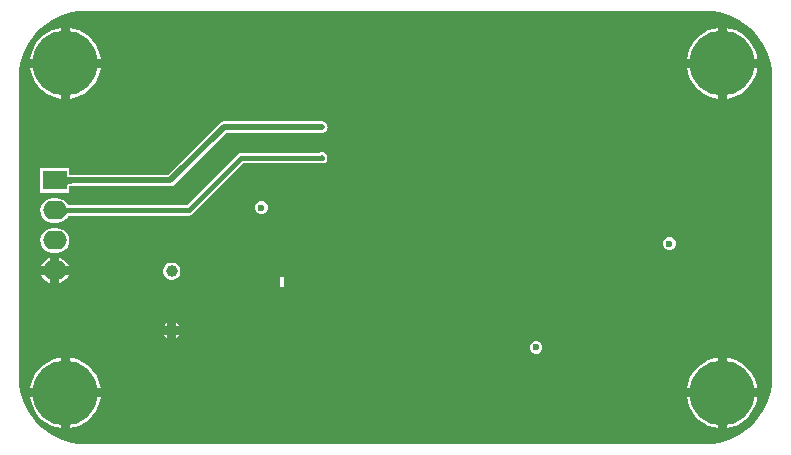
<source format=gbl>
G04*
G04 #@! TF.GenerationSoftware,Altium Limited,Altium Designer,22.2.1 (43)*
G04*
G04 Layer_Physical_Order=4*
G04 Layer_Color=16711680*
%FSLAX25Y25*%
%MOIN*%
G70*
G04*
G04 #@! TF.SameCoordinates,E15721E2-6A2B-4D62-837A-8D353DC3B16A*
G04*
G04*
G04 #@! TF.FilePolarity,Positive*
G04*
G01*
G75*
%ADD50C,0.21654*%
%ADD52C,0.02000*%
%ADD55C,0.01500*%
%ADD57R,0.07874X0.06299*%
%ADD58O,0.07874X0.06299*%
%ADD59C,0.03937*%
%ADD60C,0.02362*%
%ADD61C,0.01968*%
G36*
X216280Y127154D02*
X219132Y126587D01*
X221885Y125652D01*
X224492Y124367D01*
X226910Y122751D01*
X229096Y120834D01*
X231013Y118649D01*
X232628Y116231D01*
X233914Y113624D01*
X234848Y110871D01*
X235415Y108019D01*
X235573Y105615D01*
X235580Y105118D01*
D01*
X235580Y104624D01*
X235580Y5118D01*
X235604Y4999D01*
X235422Y2217D01*
X234855Y-635D01*
X233920Y-3387D01*
X232634Y-5995D01*
X231019Y-8412D01*
X229102Y-10598D01*
X226916Y-12515D01*
X224499Y-14130D01*
X221891Y-15416D01*
X219138Y-16351D01*
X216287Y-16918D01*
X213505Y-17100D01*
X213386Y-17076D01*
X6693Y-17076D01*
X6574Y-17100D01*
X3792Y-16918D01*
X940Y-16351D01*
X-1813Y-15416D01*
X-4420Y-14130D01*
X-6837Y-12515D01*
X-9023Y-10598D01*
X-10940Y-8412D01*
X-12555Y-5995D01*
X-13841Y-3387D01*
X-14776Y-635D01*
X-15343Y2217D01*
X-15527Y5023D01*
X-15508Y5118D01*
X-15502Y105118D01*
X-15502Y105118D01*
X-15502Y105118D01*
X-15526Y105237D01*
X-15343Y108019D01*
X-14776Y110871D01*
X-13841Y113624D01*
X-12555Y116231D01*
X-10940Y118649D01*
X-9023Y120834D01*
X-6837Y122751D01*
X-4420Y124367D01*
X-1813Y125652D01*
X940Y126587D01*
X3792Y127154D01*
X6573Y127337D01*
X6693Y127313D01*
X213379Y127313D01*
X213499Y127337D01*
X216280Y127154D01*
D02*
G37*
%LPC*%
G36*
X1500Y121579D02*
Y111343D01*
X11737D01*
X11536Y112612D01*
X10960Y114382D01*
X10115Y116041D01*
X9021Y117547D01*
X7705Y118863D01*
X6199Y119958D01*
X4540Y120803D01*
X2769Y121378D01*
X1500Y121579D01*
D02*
G37*
G36*
X-1500D02*
X-2769Y121378D01*
X-4540Y120803D01*
X-6199Y119958D01*
X-7705Y118863D01*
X-9021Y117547D01*
X-10115Y116041D01*
X-10960Y114382D01*
X-11536Y112612D01*
X-11737Y111343D01*
X-1500D01*
Y121579D01*
D02*
G37*
G36*
X220398Y121579D02*
Y111343D01*
X230634D01*
X230433Y112612D01*
X229858Y114382D01*
X229013Y116041D01*
X227919Y117547D01*
X226602Y118863D01*
X225096Y119958D01*
X223438Y120803D01*
X221667Y121378D01*
X220398Y121579D01*
D02*
G37*
G36*
X217398D02*
X216128Y121378D01*
X214358Y120803D01*
X212699Y119958D01*
X211193Y118863D01*
X209877Y117547D01*
X208783Y116041D01*
X207937Y114382D01*
X207362Y112612D01*
X207161Y111343D01*
X217398D01*
Y121579D01*
D02*
G37*
G36*
X11737Y108343D02*
X1500D01*
Y98106D01*
X2769Y98307D01*
X4540Y98882D01*
X6199Y99727D01*
X7705Y100822D01*
X9021Y102138D01*
X10115Y103644D01*
X10960Y105303D01*
X11536Y107073D01*
X11737Y108343D01*
D02*
G37*
G36*
X-1500D02*
X-11737D01*
X-11536Y107073D01*
X-10960Y105303D01*
X-10115Y103644D01*
X-9021Y102138D01*
X-7705Y100822D01*
X-6199Y99727D01*
X-4540Y98882D01*
X-2769Y98307D01*
X-1500Y98106D01*
Y108343D01*
D02*
G37*
G36*
X230634Y108343D02*
X220398D01*
Y98106D01*
X221667Y98307D01*
X223438Y98882D01*
X225096Y99727D01*
X226602Y100822D01*
X227919Y102138D01*
X229013Y103644D01*
X229858Y105303D01*
X230433Y107073D01*
X230634Y108343D01*
D02*
G37*
G36*
X217398D02*
X207161D01*
X207362Y107073D01*
X207937Y105303D01*
X208783Y103644D01*
X209877Y102138D01*
X211193Y100822D01*
X212699Y99727D01*
X214358Y98882D01*
X216128Y98307D01*
X217398Y98106D01*
Y108343D01*
D02*
G37*
G36*
X85808Y80231D02*
X85058D01*
X84571Y80029D01*
X58661D01*
X58018Y79901D01*
X57472Y79536D01*
X40405Y62470D01*
X931D01*
X781Y62830D01*
X132Y63676D01*
X-714Y64325D01*
X-1699Y64733D01*
X-2756Y64872D01*
X-4331D01*
X-5388Y64733D01*
X-6373Y64325D01*
X-7219Y63676D01*
X-7868Y62830D01*
X-8276Y61845D01*
X-8415Y60787D01*
X-8276Y59730D01*
X-7868Y58745D01*
X-7219Y57899D01*
X-6373Y57250D01*
X-5388Y56842D01*
X-4331Y56703D01*
X-2756D01*
X-1699Y56842D01*
X-714Y57250D01*
X132Y57899D01*
X781Y58745D01*
X931Y59105D01*
X41102D01*
X41746Y59233D01*
X42292Y59598D01*
X59358Y76664D01*
X84571D01*
X85058Y76462D01*
X85808D01*
X86500Y76749D01*
X87031Y77279D01*
X87317Y77972D01*
Y78721D01*
X87031Y79414D01*
X86500Y79944D01*
X85808Y80231D01*
D02*
G37*
G36*
X85433Y90520D02*
X52756D01*
X52015Y90372D01*
X51386Y89952D01*
X34158Y72725D01*
X1294D01*
Y74837D01*
X-8380D01*
Y66738D01*
X1294D01*
Y68850D01*
X34961D01*
X35702Y68998D01*
X36330Y69418D01*
X53558Y86646D01*
X85433D01*
X85699Y86698D01*
X85808D01*
X85908Y86740D01*
X86174Y86793D01*
X86400Y86944D01*
X86500Y86985D01*
X86577Y87062D01*
X86803Y87213D01*
X86954Y87439D01*
X87031Y87515D01*
X87072Y87616D01*
X87223Y87841D01*
X87276Y88108D01*
X87317Y88208D01*
Y88316D01*
X87370Y88583D01*
X87317Y88849D01*
Y88958D01*
X87276Y89058D01*
X87223Y89324D01*
X87072Y89550D01*
X87031Y89650D01*
X86954Y89727D01*
X86803Y89952D01*
X86577Y90103D01*
X86500Y90180D01*
X86400Y90222D01*
X86174Y90372D01*
X85908Y90425D01*
X85808Y90467D01*
X85699D01*
X85433Y90520D01*
D02*
G37*
G36*
X65768Y63794D02*
X64940D01*
X64175Y63477D01*
X63590Y62891D01*
X63273Y62127D01*
Y61299D01*
X63590Y60534D01*
X64175Y59948D01*
X64940Y59632D01*
X65768D01*
X66533Y59948D01*
X67119Y60534D01*
X67435Y61299D01*
Y62127D01*
X67119Y62891D01*
X66533Y63477D01*
X65768Y63794D01*
D02*
G37*
G36*
X201755Y51858D02*
X200927D01*
X200162Y51541D01*
X199577Y50956D01*
X199260Y50191D01*
Y49363D01*
X199577Y48598D01*
X200162Y48013D01*
X200927Y47696D01*
X201755D01*
X202520Y48013D01*
X203105Y48598D01*
X203422Y49363D01*
Y50191D01*
X203105Y50956D01*
X202520Y51541D01*
X201755Y51858D01*
D02*
G37*
G36*
X-2756Y54872D02*
X-4331D01*
X-5388Y54733D01*
X-6373Y54325D01*
X-7219Y53676D01*
X-7868Y52830D01*
X-8276Y51845D01*
X-8415Y50787D01*
X-8276Y49730D01*
X-7868Y48745D01*
X-7219Y47899D01*
X-6373Y47250D01*
X-5388Y46842D01*
X-4331Y46703D01*
X-2756D01*
X-1699Y46842D01*
X-714Y47250D01*
X132Y47899D01*
X781Y48745D01*
X1190Y49730D01*
X1329Y50787D01*
X1190Y51845D01*
X781Y52830D01*
X132Y53676D01*
X-714Y54325D01*
X-1699Y54733D01*
X-2756Y54872D01*
D02*
G37*
G36*
X-2043Y44879D02*
Y42287D01*
X1114D01*
X869Y42880D01*
X204Y43747D01*
X-663Y44412D01*
X-1673Y44830D01*
X-2043Y44879D01*
D02*
G37*
G36*
X-5043D02*
X-5414Y44830D01*
X-6423Y44412D01*
X-7290Y43747D01*
X-7955Y42880D01*
X-8201Y42287D01*
X-5043D01*
Y44879D01*
D02*
G37*
G36*
X35811Y43420D02*
X35055D01*
X34326Y43224D01*
X33672Y42847D01*
X33138Y42312D01*
X32760Y41658D01*
X32565Y40929D01*
Y40174D01*
X32760Y39444D01*
X33138Y38790D01*
X33672Y38256D01*
X34326Y37878D01*
X35055Y37683D01*
X35811D01*
X36540Y37878D01*
X37194Y38256D01*
X37728Y38790D01*
X38106Y39444D01*
X38302Y40174D01*
Y40929D01*
X38106Y41658D01*
X37728Y42312D01*
X37194Y42847D01*
X36540Y43224D01*
X35811Y43420D01*
D02*
G37*
G36*
X1114Y39287D02*
X-2043D01*
Y36696D01*
X-1673Y36745D01*
X-663Y37163D01*
X204Y37828D01*
X869Y38695D01*
X1114Y39287D01*
D02*
G37*
G36*
X-5043D02*
X-8201D01*
X-7955Y38695D01*
X-7290Y37828D01*
X-6423Y37163D01*
X-5414Y36745D01*
X-5043Y36696D01*
Y39287D01*
D02*
G37*
G36*
X73001Y38665D02*
X71653D01*
Y35278D01*
X73001D01*
Y35827D01*
Y38665D01*
D02*
G37*
G36*
X36933Y23428D02*
Y22366D01*
X37995D01*
X37808Y22689D01*
X37256Y23242D01*
X36933Y23428D01*
D02*
G37*
G36*
X33933Y23428D02*
X33610Y23242D01*
X33058Y22689D01*
X32871Y22366D01*
X33933D01*
Y23428D01*
D02*
G37*
G36*
Y19366D02*
X32871D01*
X33058Y19043D01*
X33610Y18491D01*
X33933Y18304D01*
Y19366D01*
D02*
G37*
G36*
X37995D02*
X36933D01*
Y18304D01*
X37256Y18491D01*
X37808Y19043D01*
X37995Y19366D01*
D02*
G37*
G36*
X157304Y17239D02*
X156476D01*
X155711Y16922D01*
X155125Y16336D01*
X154809Y15571D01*
Y14743D01*
X155125Y13979D01*
X155711Y13393D01*
X156476Y13076D01*
X157304D01*
X158069Y13393D01*
X158654Y13979D01*
X158971Y14743D01*
Y15571D01*
X158654Y16336D01*
X158069Y16922D01*
X157304Y17239D01*
D02*
G37*
G36*
X220398Y11737D02*
Y1500D01*
X230634D01*
X230433Y2769D01*
X229858Y4540D01*
X229013Y6199D01*
X227919Y7705D01*
X226602Y9021D01*
X225096Y10115D01*
X223438Y10960D01*
X221667Y11536D01*
X220398Y11737D01*
D02*
G37*
G36*
X217398D02*
X216128Y11536D01*
X214358Y10960D01*
X212699Y10115D01*
X211193Y9021D01*
X209877Y7705D01*
X208783Y6199D01*
X207937Y4540D01*
X207362Y2769D01*
X207161Y1500D01*
X217398D01*
Y11737D01*
D02*
G37*
G36*
X1500D02*
Y1500D01*
X11737D01*
X11536Y2769D01*
X10960Y4540D01*
X10115Y6199D01*
X9021Y7705D01*
X7705Y9021D01*
X6199Y10115D01*
X4540Y10960D01*
X2769Y11536D01*
X1500Y11737D01*
D02*
G37*
G36*
X-1500D02*
X-2769Y11536D01*
X-4540Y10960D01*
X-6199Y10115D01*
X-7705Y9021D01*
X-9021Y7705D01*
X-10115Y6199D01*
X-10960Y4540D01*
X-11536Y2769D01*
X-11737Y1500D01*
X-1500D01*
Y11737D01*
D02*
G37*
G36*
X230634Y-1500D02*
X220398D01*
Y-11737D01*
X221667Y-11536D01*
X223438Y-10960D01*
X225096Y-10115D01*
X226602Y-9021D01*
X227919Y-7705D01*
X229013Y-6199D01*
X229858Y-4540D01*
X230433Y-2769D01*
X230634Y-1500D01*
D02*
G37*
G36*
X217398D02*
X207161D01*
X207362Y-2769D01*
X207937Y-4540D01*
X208783Y-6199D01*
X209877Y-7705D01*
X211193Y-9021D01*
X212699Y-10115D01*
X214358Y-10960D01*
X216128Y-11536D01*
X217398Y-11737D01*
Y-1500D01*
D02*
G37*
G36*
X11737D02*
X1500D01*
Y-11737D01*
X2769Y-11536D01*
X4540Y-10960D01*
X6199Y-10115D01*
X7705Y-9021D01*
X9021Y-7705D01*
X10115Y-6199D01*
X10960Y-4540D01*
X11536Y-2769D01*
X11737Y-1500D01*
D02*
G37*
G36*
X-1500D02*
X-11737D01*
X-11536Y-2769D01*
X-10960Y-4540D01*
X-10115Y-6199D01*
X-9021Y-7705D01*
X-7705Y-9021D01*
X-6199Y-10115D01*
X-4540Y-10960D01*
X-2769Y-11536D01*
X-1500Y-11737D01*
Y-1500D01*
D02*
G37*
%LPD*%
G36*
X8Y62140D02*
X62Y62014D01*
X152Y61902D01*
X278Y61805D01*
X441Y61724D01*
X640Y61656D01*
X874Y61604D01*
X1145Y61567D01*
X1452Y61545D01*
X1795Y61537D01*
Y60037D01*
X1452Y60030D01*
X874Y59970D01*
X640Y59918D01*
X441Y59851D01*
X278Y59769D01*
X152Y59673D01*
X62Y59561D01*
X8Y59434D01*
X-11Y59293D01*
Y62282D01*
X8Y62140D01*
D02*
G37*
G36*
X390Y72597D02*
X450Y72427D01*
X551Y72277D01*
X692Y72147D01*
X873Y72037D01*
X1094Y71947D01*
X1356Y71877D01*
X1657Y71827D01*
X1999Y71797D01*
X2382Y71787D01*
Y69787D01*
X1999Y69777D01*
X1657Y69747D01*
X1356Y69697D01*
X1094Y69627D01*
X873Y69537D01*
X692Y69427D01*
X551Y69297D01*
X450Y69147D01*
X390Y68977D01*
X370Y68787D01*
Y72787D01*
X390Y72597D01*
D02*
G37*
D50*
X0Y0D02*
D03*
Y109843D02*
D03*
X218898Y0D02*
D03*
X218898Y109843D02*
D03*
D52*
X34961Y70787D02*
X52756Y88583D01*
X-3543Y70787D02*
X34961D01*
X52756Y88583D02*
X85433D01*
D55*
X58661Y78347D02*
X85433D01*
X41102Y60787D02*
X58661Y78347D01*
X-3543Y60787D02*
X41102D01*
D57*
X-3543Y70787D02*
D03*
D58*
Y60787D02*
D03*
Y50787D02*
D03*
Y40787D02*
D03*
D59*
X35433Y40551D02*
D03*
Y20866D02*
D03*
D60*
X156890Y15157D02*
D03*
X201341Y49777D02*
D03*
X34646Y9055D02*
D03*
X15748Y11811D02*
D03*
X21260Y64567D02*
D03*
X6299Y45276D02*
D03*
X9843Y91732D02*
D03*
X11024Y82284D02*
D03*
X25984Y84646D02*
D03*
X40945Y85039D02*
D03*
X68898Y83858D02*
D03*
X44882Y73622D02*
D03*
X58661Y64173D02*
D03*
X48819Y41339D02*
D03*
X52756Y22047D02*
D03*
X15748Y37795D02*
D03*
X16535Y24409D02*
D03*
X210236Y47638D02*
D03*
X212598Y20079D02*
D03*
X207087Y16929D02*
D03*
X174803Y35433D02*
D03*
X178347Y45276D02*
D03*
X165748Y93701D02*
D03*
X166535Y83858D02*
D03*
X172047Y65354D02*
D03*
X167323Y54724D02*
D03*
X168504Y40551D02*
D03*
X97244Y25984D02*
D03*
X88189Y52756D02*
D03*
Y64173D02*
D03*
X88976Y72441D02*
D03*
X89764Y82677D02*
D03*
X153937Y29921D02*
D03*
X135827D02*
D03*
X144882D02*
D03*
X117717D02*
D03*
X126772D02*
D03*
X108661D02*
D03*
X127559Y46063D02*
D03*
Y37008D02*
D03*
Y64173D02*
D03*
Y55118D02*
D03*
Y82284D02*
D03*
Y73228D02*
D03*
Y91339D02*
D03*
X145276Y46063D02*
D03*
Y37008D02*
D03*
Y64173D02*
D03*
Y55118D02*
D03*
Y82284D02*
D03*
Y73228D02*
D03*
Y91339D02*
D03*
X108661Y46063D02*
D03*
Y37008D02*
D03*
Y64173D02*
D03*
Y55118D02*
D03*
Y82284D02*
D03*
Y73228D02*
D03*
Y91339D02*
D03*
X87795Y31890D02*
D03*
Y40945D02*
D03*
Y22835D02*
D03*
X91732Y14567D02*
D03*
X82677D02*
D03*
X109843D02*
D03*
X100787D02*
D03*
Y6693D02*
D03*
X109843D02*
D03*
X82677D02*
D03*
X91732D02*
D03*
X64567D02*
D03*
X73622D02*
D03*
X153937Y102756D02*
D03*
X135827D02*
D03*
X144882D02*
D03*
X117717D02*
D03*
X126772D02*
D03*
X99606D02*
D03*
X108661D02*
D03*
X90551D02*
D03*
X82415Y94955D02*
D03*
X64305D02*
D03*
X73360D02*
D03*
X46195D02*
D03*
X55250D02*
D03*
X28084D02*
D03*
X37139D02*
D03*
X18898Y95276D02*
D03*
X82021Y102829D02*
D03*
X63911D02*
D03*
X72966D02*
D03*
X45801D02*
D03*
X54856D02*
D03*
X27691D02*
D03*
X36746D02*
D03*
X18504Y103150D02*
D03*
X164567Y27953D02*
D03*
X173622D02*
D03*
Y20472D02*
D03*
X164567D02*
D03*
X164173Y6299D02*
D03*
X182283D02*
D03*
X173228D02*
D03*
X200394D02*
D03*
X191339D02*
D03*
Y13780D02*
D03*
X200394D02*
D03*
X173228D02*
D03*
X182283D02*
D03*
X164173D02*
D03*
X188583Y85039D02*
D03*
X181102D02*
D03*
X174409D02*
D03*
X187402Y73228D02*
D03*
X180709D02*
D03*
X167717D02*
D03*
X174409D02*
D03*
X182677Y57087D02*
D03*
X194882Y56693D02*
D03*
X209842Y57087D02*
D03*
X211417Y73622D02*
D03*
X211811Y84252D02*
D03*
X210630Y92126D02*
D03*
X210236Y64173D02*
D03*
X192126D02*
D03*
X201181D02*
D03*
X183071D02*
D03*
X182283Y92913D02*
D03*
X173228D02*
D03*
X200394D02*
D03*
X191339D02*
D03*
X190945Y100787D02*
D03*
X200000D02*
D03*
X172835D02*
D03*
X181890D02*
D03*
X163779D02*
D03*
X-7087Y17717D02*
D03*
X-6766Y26903D02*
D03*
X715D02*
D03*
X394Y17717D02*
D03*
X-6693Y83071D02*
D03*
X-6372Y92258D02*
D03*
X1108D02*
D03*
X787Y83071D02*
D03*
X19484Y-869D02*
D03*
X37726Y-1190D02*
D03*
X28671D02*
D03*
X55836D02*
D03*
X46781D02*
D03*
X73946D02*
D03*
X64891D02*
D03*
X92057D02*
D03*
X83002D02*
D03*
X110167D02*
D03*
X101112D02*
D03*
X128277D02*
D03*
X119222D02*
D03*
X146387D02*
D03*
X137332D02*
D03*
X164498D02*
D03*
X155443D02*
D03*
X182608D02*
D03*
X173553D02*
D03*
X200718D02*
D03*
X191663D02*
D03*
Y-8670D02*
D03*
X200718D02*
D03*
X173553D02*
D03*
X182608D02*
D03*
X155443D02*
D03*
X164498D02*
D03*
X137332D02*
D03*
X146387D02*
D03*
X119222D02*
D03*
X128277D02*
D03*
X101112D02*
D03*
X110167D02*
D03*
X83002D02*
D03*
X92057D02*
D03*
X64891D02*
D03*
X73946D02*
D03*
X46781D02*
D03*
X55836D02*
D03*
X28671D02*
D03*
X37726D02*
D03*
X19484Y-8349D02*
D03*
X218898Y28346D02*
D03*
Y19291D02*
D03*
Y46457D02*
D03*
Y37402D02*
D03*
Y64567D02*
D03*
Y55512D02*
D03*
Y82677D02*
D03*
Y73622D02*
D03*
Y91732D02*
D03*
X226378D02*
D03*
Y73622D02*
D03*
Y82677D02*
D03*
Y55512D02*
D03*
Y64567D02*
D03*
Y37402D02*
D03*
Y46457D02*
D03*
Y19291D02*
D03*
Y28346D02*
D03*
X18504Y110630D02*
D03*
X36746Y110309D02*
D03*
X27691D02*
D03*
X54856D02*
D03*
X45801D02*
D03*
X72966D02*
D03*
X63911D02*
D03*
X91076D02*
D03*
X82021D02*
D03*
X109187D02*
D03*
X100132D02*
D03*
X127297D02*
D03*
X118242D02*
D03*
X145407D02*
D03*
X136352D02*
D03*
X163517D02*
D03*
X154462D02*
D03*
X181628D02*
D03*
X172573D02*
D03*
X199738D02*
D03*
X190683D02*
D03*
Y117789D02*
D03*
X199738D02*
D03*
X172573D02*
D03*
X181628D02*
D03*
X154462D02*
D03*
X163517D02*
D03*
X136352D02*
D03*
X145407D02*
D03*
X118242D02*
D03*
X127297D02*
D03*
X100132D02*
D03*
X109187D02*
D03*
X82021D02*
D03*
X91076D02*
D03*
X63911D02*
D03*
X72966D02*
D03*
X45801D02*
D03*
X54856D02*
D03*
X27691D02*
D03*
X36746D02*
D03*
X18504Y118110D02*
D03*
X65354Y61713D02*
D03*
D61*
X85433Y88583D02*
D03*
Y78347D02*
D03*
M02*

</source>
